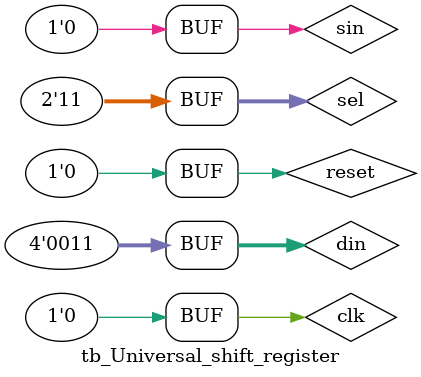
<source format=v>
module Universal_shift_register #(parameter data_bitsize =4)(
    input clk,reset,
    input  [1:0]sel,
    input [data_bitsize-1:0]din,
    input sin,
    output reg [data_bitsize-1:0]dout
);
    always @(posedge clk ) begin
        if (reset) begin
            dout<=4'b0000;
        end else begin
            case (sel)
                2'b00:dout<=din; 
                2'b01:dout<={sin,dout[data_bitsize-2:0]}; //shift right sin,dout[2:0]
                2'b10:dout<={dout[data_bitsize-1:1],sin}; //shift left dout[3:1],sin
                2'b11:dout<=din;
            endcase
        end
    end
endmodule //Universal_shift_register

module tb_Universal_shift_register (
    
);
    parameter data_bitsize =4 ;
    reg clk,reset;
    reg  [1:0]sel;
    reg [data_bitsize-1:0]din;
    reg sin;
    wire [data_bitsize-1:0]dout;

    initial begin
        clk=0;
        repeat(50)
            #5 clk=~clk; //25 full clk cycles
    end

   initial begin
    {din}=1011;{sel,reset,sin} =0001; #10;
    {din}=1011;{sel,reset,sin} =0101; #10;
    {din}=0011;{sel,reset,sin} =1000; #10;
    {din}=1011;{sel,reset,sin} =1100;
   end 
    Universal_shift_register a1(clk,reset,sel,din,sin,dout);
endmodule //Universal_shift_register

</source>
